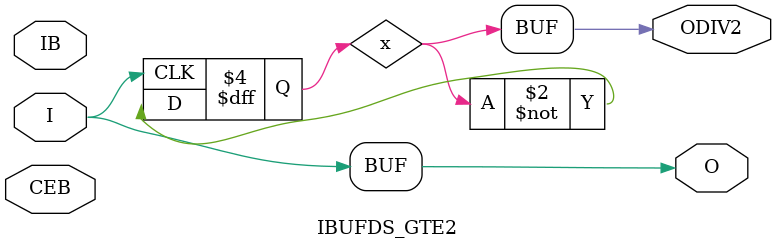
<source format=v>
`timescale 1ns / 1ns

(* ivl_synthesis_cell *)
module IBUFDS_GTE2( output O, output ODIV2, input I, input IB, input CEB);
	parameter DIFF_TERM = "FALSE";
	buf B1(O, I);

	reg x=0;
	always @(posedge I) x<=~x;
	buf B2(ODIV2, x);
endmodule

</source>
